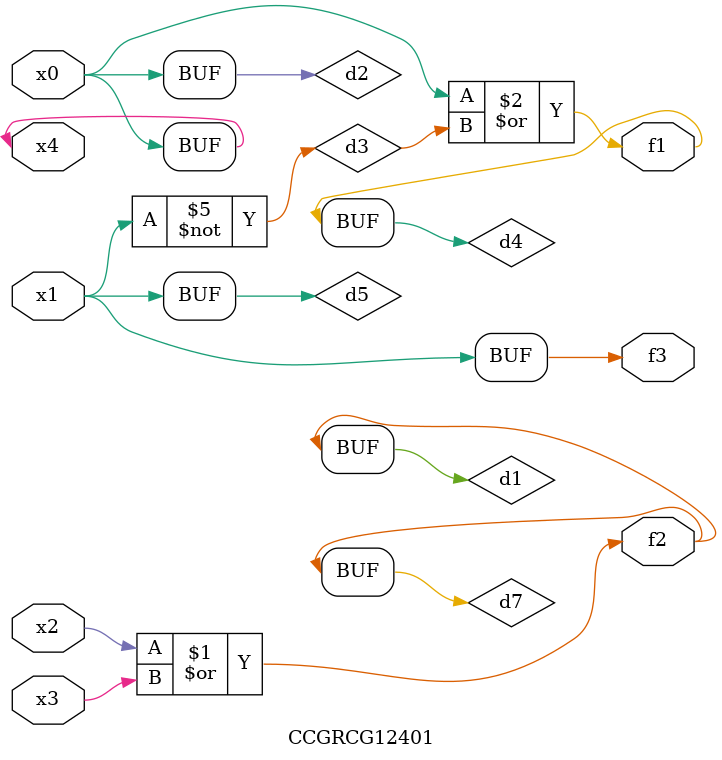
<source format=v>
module CCGRCG12401(
	input x0, x1, x2, x3, x4,
	output f1, f2, f3
);

	wire d1, d2, d3, d4, d5, d6, d7;

	or (d1, x2, x3);
	buf (d2, x0, x4);
	not (d3, x1);
	or (d4, d2, d3);
	not (d5, d3);
	nand (d6, d1, d3);
	or (d7, d1);
	assign f1 = d4;
	assign f2 = d7;
	assign f3 = d5;
endmodule

</source>
